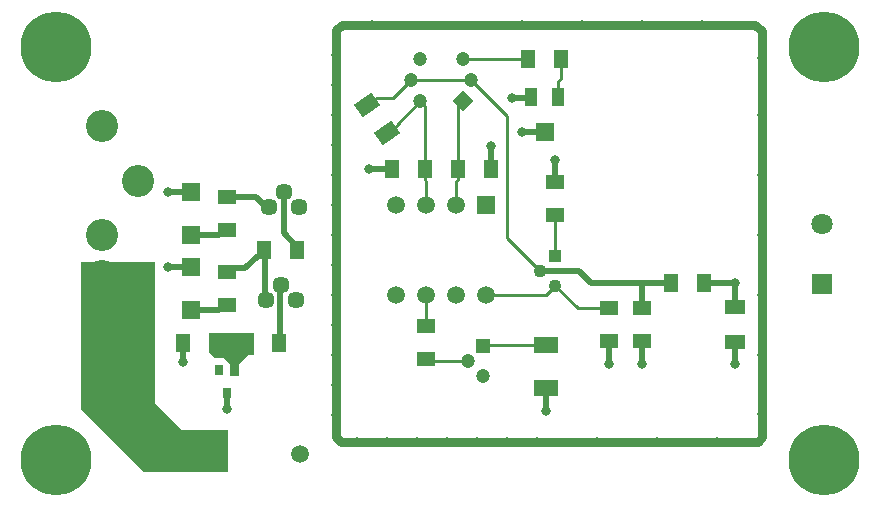
<source format=gtl>
G04*
G04 #@! TF.GenerationSoftware,Altium Limited,Altium Designer,24.9.1 (31)*
G04*
G04 Layer_Physical_Order=1*
G04 Layer_Color=255*
%FSLAX44Y44*%
%MOMM*%
G71*
G04*
G04 #@! TF.SameCoordinates,CAE1AE67-0460-43A2-896A-31C629D7927E*
G04*
G04*
G04 #@! TF.FilePolarity,Positive*
G04*
G01*
G75*
%ADD11C,0.5000*%
%ADD13C,0.2500*%
G04:AMPARAMS|DCode=15|XSize=1.8mm|YSize=1.3mm|CornerRadius=0mm|HoleSize=0mm|Usage=FLASHONLY|Rotation=215.000|XOffset=0mm|YOffset=0mm|HoleType=Round|Shape=Rectangle|*
%AMROTATEDRECTD15*
4,1,4,0.3644,1.0487,1.1101,-0.0162,-0.3644,-1.0487,-1.1101,0.0162,0.3644,1.0487,0.0*
%
%ADD15ROTATEDRECTD15*%

%ADD16R,1.2000X1.6500*%
%ADD17R,1.1000X1.6000*%
%ADD18R,1.6000X1.6000*%
%ADD19R,0.7000X0.9000*%
%ADD20R,1.6000X1.5000*%
%ADD21R,1.6500X1.2000*%
%ADD22R,1.8000X1.3000*%
%ADD23R,2.0300X1.4000*%
%ADD24C,0.8000*%
%ADD33R,1.5200X1.5200*%
%ADD34C,1.5200*%
%ADD35C,1.2000*%
%ADD36R,1.2000X1.2000*%
%ADD37R,1.4986X1.4986*%
%ADD38C,1.4986*%
%ADD39C,2.7200*%
%ADD40C,1.4500*%
%ADD41P,1.6971X4X90.0*%
%ADD45C,1.1000*%
%ADD46R,1.1000X1.1000*%
%ADD49C,0.2540*%
%ADD50C,6.0000*%
%ADD51C,1.8000*%
%ADD52R,1.8000X1.8000*%
%ADD53C,0.8000*%
%ADD54C,0.6000*%
G36*
X217170Y139700D02*
X212090D01*
X204470Y132080D01*
Y121920D01*
X196850D01*
Y132080D01*
X191770Y137160D01*
X184150D01*
X179070Y142240D01*
Y158191D01*
X217170D01*
Y139700D01*
D02*
G37*
G36*
X133350Y98806D02*
X155956Y76200D01*
X195580D01*
Y40640D01*
X124460D01*
X71120Y93980D01*
Y218440D01*
X133350D01*
Y98806D01*
D02*
G37*
D11*
X624840Y179600D02*
Y199920D01*
Y131580D02*
Y150600D01*
X698180Y199920D02*
X698500Y199600D01*
X598940Y199920D02*
X624840D01*
X598200Y200660D02*
X598940Y199920D01*
X546100Y200660D02*
X570200D01*
X451520Y356870D02*
X452050Y357400D01*
X435610Y356870D02*
X451520D01*
X492760Y210820D02*
X502920Y200660D01*
X459740Y210820D02*
X492760D01*
X502920Y200660D02*
X546100D01*
Y179100D02*
Y200660D01*
X157450Y149860D02*
X157465Y149845D01*
Y133365D02*
X157480Y133350D01*
X157465Y133365D02*
Y149845D01*
X444530Y328400D02*
X463550D01*
X417860Y297180D02*
Y316200D01*
X546100Y132080D02*
Y151100D01*
X518160Y132080D02*
Y151100D01*
X472440Y285780D02*
Y304800D01*
X194310Y93980D02*
Y107340D01*
X464820Y92120D02*
Y111140D01*
X144810Y277080D02*
X163830D01*
X144810Y213580D02*
X163830D01*
X314960Y297180D02*
X333980D01*
X194310Y273080D02*
X218599D01*
X227299Y264380D01*
X229870D01*
X192060Y245080D02*
X194310D01*
X163830Y241080D02*
X188060D01*
X192060Y245080D01*
X163830Y177580D02*
X188060D01*
X192060Y181580D01*
X194310D01*
X238790Y149860D02*
X239620Y150690D01*
Y197930D02*
X240030Y198340D01*
X239620Y150690D02*
Y197930D01*
X242570Y242310D02*
X254030Y230850D01*
Y228600D02*
Y230850D01*
X242570Y242310D02*
Y277080D01*
X226680Y186290D02*
Y227950D01*
X226030Y228600D02*
X226680Y227950D01*
Y186290D02*
X227330Y185640D01*
X222530Y222850D02*
X226030Y226350D01*
X220280Y222850D02*
X222530D01*
X210060Y212630D02*
X220280Y222850D01*
X197360Y212630D02*
X210060D01*
X226030Y226350D02*
Y228600D01*
X194310Y209580D02*
X197360Y212630D01*
D13*
X363220Y163860D02*
Y190500D01*
X414020D02*
X464820D01*
X472440Y198120D01*
X491460Y179100D01*
X518160D01*
D15*
X329627Y327212D02*
D03*
X312993Y350968D02*
D03*
D16*
X238790Y149860D02*
D03*
X210790D02*
D03*
X185450D02*
D03*
X157450D02*
D03*
X449550Y389890D02*
D03*
X477550D02*
D03*
X333980Y297180D02*
D03*
X361980D02*
D03*
X570200Y200660D02*
D03*
X598200D02*
D03*
X226030Y228600D02*
D03*
X254030D02*
D03*
X389860Y297180D02*
D03*
X417860D02*
D03*
D17*
X475050Y357400D02*
D03*
X452050D02*
D03*
D18*
X463550Y328400D02*
D03*
D19*
X194310Y107340D02*
D03*
X187810Y126340D02*
D03*
X200810D02*
D03*
D20*
X163830Y177580D02*
D03*
Y213580D02*
D03*
Y241080D02*
D03*
Y277080D02*
D03*
D21*
X518160Y179100D02*
D03*
Y151100D02*
D03*
X546100Y179100D02*
D03*
Y151100D02*
D03*
X472440Y285780D02*
D03*
Y257780D02*
D03*
X194310Y273080D02*
D03*
Y245080D02*
D03*
Y209580D02*
D03*
Y181580D02*
D03*
X363220Y163860D02*
D03*
Y135860D02*
D03*
D22*
X624840Y150600D02*
D03*
Y179600D02*
D03*
D23*
X464820Y147940D02*
D03*
Y111140D02*
D03*
D24*
X291120Y66040D02*
X304800D01*
X287020Y70141D02*
Y190500D01*
Y70141D02*
X291120Y66040D01*
X304800D02*
X482600D01*
X287020Y368300D02*
Y414414D01*
X291706Y419100D02*
X342900D01*
X419100D02*
X469900D01*
X482600Y66040D02*
X533400D01*
X584200D01*
X635000D01*
X647700Y165100D02*
Y215900D01*
Y114300D02*
Y165100D01*
Y70141D02*
Y114300D01*
Y266700D02*
Y413228D01*
X520700Y419100D02*
X571500D01*
X469900D02*
X520700D01*
X571500D02*
X622300D01*
X647700Y215900D02*
Y266700D01*
X287020Y414414D02*
X291706Y419100D01*
X287020Y190500D02*
Y215900D01*
Y241300D01*
Y266700D01*
Y292100D01*
Y317500D02*
Y342900D01*
Y292100D02*
Y317500D01*
Y342900D02*
Y368300D01*
X641828Y419100D02*
X647700Y413228D01*
X622300Y419100D02*
X641828D01*
X342900D02*
X419100D01*
X635000Y66040D02*
X643599D01*
X647700Y70141D01*
D33*
X180690Y55880D02*
D03*
D34*
X256190D02*
D03*
D35*
X411480Y121920D02*
D03*
X398780Y134620D02*
D03*
X350520Y372110D02*
D03*
X393881Y390070D02*
D03*
X357960Y354150D02*
D03*
Y390070D02*
D03*
X401320Y372110D02*
D03*
D36*
X411480Y147320D02*
D03*
D37*
X414020Y266700D02*
D03*
D38*
X388620D02*
D03*
X363220D02*
D03*
X337820D02*
D03*
Y190500D02*
D03*
X363220D02*
D03*
X388620D02*
D03*
X414020D02*
D03*
D39*
X118850Y160000D02*
D03*
X88850Y206350D02*
D03*
Y113650D02*
D03*
Y240650D02*
D03*
Y333350D02*
D03*
X118850Y287000D02*
D03*
D40*
X252730Y185640D02*
D03*
X240030Y198340D02*
D03*
X227330Y185640D02*
D03*
X229870Y264380D02*
D03*
X242570Y277080D02*
D03*
X255270Y264380D02*
D03*
D41*
X393881Y354150D02*
D03*
D45*
X459740Y210820D02*
D03*
X472440Y198120D02*
D03*
D46*
Y223520D02*
D03*
D49*
X431800Y238760D02*
Y341630D01*
X401320Y372110D02*
X431800Y341630D01*
Y238760D02*
X459740Y210820D01*
X350520Y372110D02*
X401320D01*
X361980Y297180D02*
Y350129D01*
X357960Y354150D02*
X361980Y350129D01*
Y287660D02*
X363220Y286420D01*
Y266700D02*
Y286420D01*
X361980Y287660D02*
Y297180D01*
X335268Y356858D02*
X350520Y372110D01*
X321406Y356858D02*
X335268D01*
X312993Y350968D02*
X321406Y356858D01*
X338040Y334230D02*
X357960Y354150D01*
X338040Y333103D02*
Y334230D01*
X329627Y327212D02*
X338040Y333103D01*
X389860Y350129D02*
X393881Y354150D01*
X389860Y287660D02*
Y297180D01*
X388620Y286420D02*
X389860Y287660D01*
X388620Y266700D02*
Y286420D01*
X389860Y297180D02*
Y350129D01*
X393881Y390070D02*
X449370D01*
X449550Y389890D01*
X477520Y373380D02*
Y389860D01*
X477550Y389890D01*
X475050Y370910D02*
X477520Y373380D01*
X475050Y357400D02*
Y370910D01*
X363220Y135860D02*
X364460Y134620D01*
X398780D01*
X411480Y147320D02*
X412100Y147940D01*
X464820D01*
X472440Y223520D02*
Y257780D01*
D50*
X700000Y400000D02*
D03*
X50000Y50000D02*
D03*
X700000D02*
D03*
X50000Y400000D02*
D03*
D51*
X698500Y250400D02*
D03*
D52*
Y199600D02*
D03*
D53*
X624840Y199920D02*
D03*
Y131580D02*
D03*
X647700Y391160D02*
D03*
Y342900D02*
D03*
Y292100D02*
D03*
Y241300D02*
D03*
Y190500D02*
D03*
Y139700D02*
D03*
X647715Y89347D02*
D03*
X609600Y66040D02*
D03*
X558800D02*
D03*
X508000D02*
D03*
X457200D02*
D03*
X406400D02*
D03*
X381000D02*
D03*
X355600D02*
D03*
X304800D02*
D03*
X287020Y88900D02*
D03*
Y114300D02*
D03*
Y139700D02*
D03*
Y165100D02*
D03*
Y190500D02*
D03*
Y215900D02*
D03*
Y241300D02*
D03*
Y266700D02*
D03*
Y292100D02*
D03*
Y317500D02*
D03*
Y342900D02*
D03*
Y393700D02*
D03*
Y368300D02*
D03*
X317500Y419100D02*
D03*
X444500D02*
D03*
X495300D02*
D03*
X546100D02*
D03*
X596900D02*
D03*
X330200Y66040D02*
D03*
X431800D02*
D03*
X435610Y356870D02*
D03*
X157480Y133350D02*
D03*
X444530Y328400D02*
D03*
X417860Y316200D02*
D03*
X546100Y132080D02*
D03*
X518160D02*
D03*
X472440Y304800D02*
D03*
X194310Y93980D02*
D03*
X464820Y92120D02*
D03*
X144810Y277080D02*
D03*
Y213580D02*
D03*
X314960Y297180D02*
D03*
D54*
X647700Y368300D02*
D03*
Y317500D02*
D03*
Y266700D02*
D03*
Y215900D02*
D03*
Y165100D02*
D03*
X622300Y419100D02*
D03*
X571500D02*
D03*
X520700D02*
D03*
X469900D02*
D03*
X419100D02*
D03*
X342900D02*
D03*
X482600Y66040D02*
D03*
X533400D02*
D03*
X584200D02*
D03*
X635000D02*
D03*
X647700Y114300D02*
D03*
X715875Y416364D02*
D03*
X684125Y383636D02*
D03*
X715875D02*
D03*
X684125Y416364D02*
D03*
X722860Y400000D02*
D03*
X677140D02*
D03*
X700000Y377140D02*
D03*
Y422860D02*
D03*
X65876Y66364D02*
D03*
X34125Y33636D02*
D03*
X65876D02*
D03*
X34125Y66364D02*
D03*
X72860Y50000D02*
D03*
X27140D02*
D03*
X50000Y27140D02*
D03*
Y72860D02*
D03*
X715875Y66364D02*
D03*
X684125Y33636D02*
D03*
X715875D02*
D03*
X684125Y66364D02*
D03*
X722860Y50000D02*
D03*
X677140D02*
D03*
X700000Y27140D02*
D03*
Y72860D02*
D03*
X65876Y416364D02*
D03*
X34125Y383636D02*
D03*
X65876D02*
D03*
X34125Y416364D02*
D03*
X72860Y400000D02*
D03*
X27140D02*
D03*
X50000Y377140D02*
D03*
Y422860D02*
D03*
M02*

</source>
